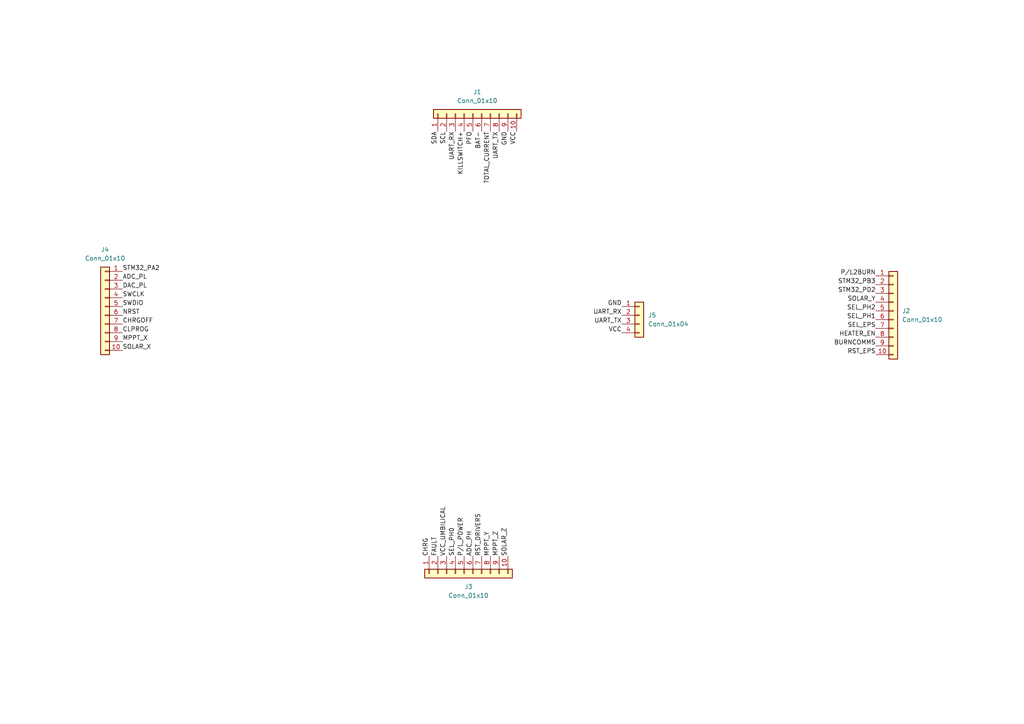
<source format=kicad_sch>
(kicad_sch (version 20211123) (generator eeschema)
  (paper "A4")
  (lib_symbols
    (symbol "Connector_Generic:Conn_01x04" (pin_names (offset 1.016) hide)
      (property "Reference" "J" (at 0 5.08 0))
      (property "Value" "Conn_01x04" (at 0 -7.62 0))
      (symbol "Conn_01x04_1_1"
        (rectangle (start -1.27 -4.953) (end 0 -5.207) (stroke (width 0.1524)))
        (rectangle (start -1.27 -2.413) (end 0 -2.667) (stroke (width 0.1524)))
        (rectangle (start -1.27 0.127) (end 0 -0.127) (stroke (width 0.1524)))
        (rectangle (start -1.27 2.667) (end 0 2.413) (stroke (width 0.1524)))
        (rectangle (start -1.27 3.81) (end 1.27 -6.35) (stroke (width 0.254)) (fill (type background)))
        (pin passive line (at -5.08 2.54 0) (length 3.81) (name "Pin_1") (number "1"))
        (pin passive line (at -5.08 0 0) (length 3.81) (name "Pin_2") (number "2"))
        (pin passive line (at -5.08 -2.54 0) (length 3.81) (name "Pin_3") (number "3"))
        (pin passive line (at -5.08 -5.08 0) (length 3.81) (name "Pin_4") (number "4"))
      )
    )
    (symbol "Connector_Generic:Conn_01x10" (pin_names (offset 1.016) hide)
      (property "Reference" "J" (at 0 12.7 0))
      (property "Value" "Conn_01x10" (at 0 -15.24 0))
      (symbol "Conn_01x10_1_1"
        (rectangle (start -1.27 -12.573) (end 0 -12.827) (stroke (width 0.1524)))
        (rectangle (start -1.27 -10.033) (end 0 -10.287) (stroke (width 0.1524)))
        (rectangle (start -1.27 -7.493) (end 0 -7.747) (stroke (width 0.1524)))
        (rectangle (start -1.27 -4.953) (end 0 -5.207) (stroke (width 0.1524)))
        (rectangle (start -1.27 -2.413) (end 0 -2.667) (stroke (width 0.1524)))
        (rectangle (start -1.27 0.127) (end 0 -0.127) (stroke (width 0.1524)))
        (rectangle (start -1.27 2.667) (end 0 2.413) (stroke (width 0.1524)))
        (rectangle (start -1.27 5.207) (end 0 4.953) (stroke (width 0.1524)))
        (rectangle (start -1.27 7.747) (end 0 7.493) (stroke (width 0.1524)))
        (rectangle (start -1.27 10.287) (end 0 10.033) (stroke (width 0.1524)))
        (rectangle (start -1.27 11.43) (end 1.27 -13.97) (stroke (width 0.254)) (fill (type background)))
        (pin passive line (at -5.08 10.16 0) (length 3.81) (name "Pin_1") (number "1"))
        (pin passive line (at -5.08 -12.7 0) (length 3.81) (name "Pin_10") (number "10"))
        (pin passive line (at -5.08 7.62 0) (length 3.81) (name "Pin_2") (number "2"))
        (pin passive line (at -5.08 5.08 0) (length 3.81) (name "Pin_3") (number "3"))
        (pin passive line (at -5.08 2.54 0) (length 3.81) (name "Pin_4") (number "4"))
        (pin passive line (at -5.08 0 0) (length 3.81) (name "Pin_5") (number "5"))
        (pin passive line (at -5.08 -2.54 0) (length 3.81) (name "Pin_6") (number "6"))
        (pin passive line (at -5.08 -5.08 0) (length 3.81) (name "Pin_7") (number "7"))
        (pin passive line (at -5.08 -7.62 0) (length 3.81) (name "Pin_8") (number "8"))
        (pin passive line (at -5.08 -10.16 0) (length 3.81) (name "Pin_9") (number "9"))
      )
    )
  )
  (label "FAULT" (at 127 161.29 90))
  (label "STM32_PD2" (at 254 85.09 180))
  (label "SDA" (at 127 38.1 270))
  (label "GND" (at 180.34 88.9 180))
  (label "ADC_PL" (at 35.56 81.28 0))
  (label "UART_RX" (at 180.34 91.44 180))
  (label "VCC_UMBILICAL" (at 129.54 161.29 90))
  (label "PFO" (at 137.16 38.1 270))
  (label "NRST" (at 35.56 91.44 0))
  (label "P{slash}L2BURN" (at 254 80.01 180))
  (label "DAC_PL" (at 35.56 83.82 0))
  (label "STM32_PB3" (at 254 82.55 180))
  (label "MPPT_Y" (at 142.24 161.29 90))
  (label "MPPT_X" (at 35.56 99.06 0))
  (label "SOLAR_Z" (at 147.32 161.29 90))
  (label "TOTAL_CURRENT" (at 142.24 38.1 270))
  (label "UART_TX" (at 144.78 38.1 270))
  (label "UART_RX" (at 132.08 38.1 270))
  (label "SWDIO" (at 35.56 88.9 0))
  (label "CHRG" (at 124.46 161.29 90))
  (label "BAT-" (at 139.7 38.1 270))
  (label "SEL_EPS" (at 254 95.25 180))
  (label "MPPT_Z" (at 144.78 161.29 90))
  (label "UART_TX" (at 180.34 93.98 180))
  (label "STM32_PA2" (at 35.56 78.74 0))
  (label "SOLAR_X" (at 35.56 101.6 0))
  (label "KILLSWITCH+" (at 134.62 38.1 270))
  (label "ADC_PH" (at 137.16 161.29 90))
  (label "SEL_PH2" (at 254 90.17 180))
  (label "CLPROG" (at 35.56 96.52 0))
  (label "GND" (at 147.32 38.1 270))
  (label "RST_EPS" (at 254 102.87 180))
  (label "SEL_PH0" (at 132.08 161.29 90))
  (label "CHRGOFF" (at 35.56 93.98 0))
  (label "VCC" (at 149.86 38.1 270))
  (label "BURNCOMMS" (at 254 100.33 180))
  (label "SOLAR_Y" (at 254 87.63 180))
  (label "SWCLK" (at 35.56 86.36 0))
  (label "RST_DRIVERS" (at 139.7 161.29 90))
  (label "HEATER_EN" (at 254 97.79 180))
  (label "SCL" (at 129.54 38.1 270))
  (label "VCC" (at 180.34 96.52 180))
  (label "SEL_PH1" (at 254 92.71 180))
  (label "P{slash}L_POWER" (at 134.62 161.29 90))
  (symbol (lib_id "Connector_Generic:Conn_01x10") (at 137.16 33.02 90) (unit 1)
    (property "Reference" "J1" (at 138.43 26.67 90))
    (property "Value" "Conn_01x10" (at 138.43 29.21 90))
    (property "Footprint" "Connector_PinSocket_2.54mm:PinSocket_1x10_P2.54mm_Vertical" (effects hide))
  )
  (symbol (lib_id "Connector_Generic:Conn_01x10") (at 134.62 166.37 90) (mirror x) (unit 1)
    (property "Reference" "J3" (at 135.89 170.18 90))
    (property "Value" "Conn_01x10" (at 135.89 172.72 90))
  )
  (symbol (lib_id "Connector_Generic:Conn_01x10") (at 259.08 90.17 0) (unit 1)
    (property "Reference" "J2" (at 261.62 90.1699 0) (effects (justify left)))
    (property "Value" "Conn_01x10" (at 261.62 92.7099 0) (effects (justify left)))
  )
  (symbol (lib_id "Connector_Generic:Conn_01x04") (at 185.42 91.44 0) (unit 1)
    (property "Reference" "J5" (at 187.96 91.4399 0) (effects (justify left)))
    (property "Value" "Conn_01x04" (at 187.96 93.9799 0) (effects (justify left)))
    (property "Footprint" "Connector_PinSocket_2.00mm:PinSocket_1x04_P2.00mm_Vertical" (effects hide))
  )
  (symbol (lib_id "Connector_Generic:Conn_01x10") (at 30.48 88.9 0) (mirror y) (unit 1)
    (property "Reference" "J4" (at 30.48 72.39 0))
    (property "Value" "Conn_01x10" (at 30.48 74.93 0))
  )
)
</source>
